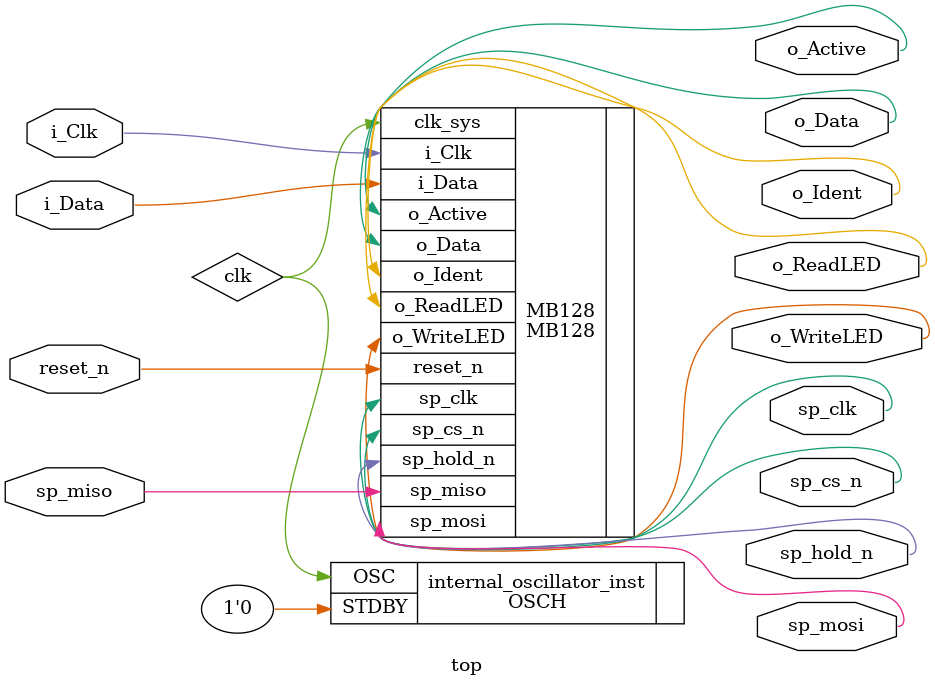
<source format=v>
module top (
  output o_Active,		// drives Active LED and 74HC157
  input  reset_n,
  input  i_Clk,			// CLR joypad signal from PCE
  input  i_Data,		// SEL joypad signal from PCE
  output o_Data,		// actual data output (D0 on joypad)
  output o_Ident,		// identification (D2 on joypad)
  output o_WriteLED,	// status LED
  output o_ReadLED,		// status LED

  output sp_cs_n,		// SPI FRAM /CS line
  output sp_clk,		// SPI FRAM CLK line
  input  sp_miso,		// SPI FRAM SO (data from chip) line
  output sp_mosi,		// SPI FRAM SI (data into chip) line
  output sp_hold_n		// SPI FRAM /HOLD line
);

// Quick notes:
// ------------
// - 'Active' is active positive (i.e. 74HC157 SEL='1' should select inputs from FPGA)
// - LEDs are active positive (i.e. '1' level turns it on)
// - 25V10 SPI chip is OK up to clocks at least 25MHz, and 40MHz in some cases
//   (we divide the 44.33MHz clock into 4 phases, leaving roughly 11.08MHz clock)
// - 25V10 SPI chip requires an SPI unlock command (0x02) to enable write
//   -> importantly, this is PER WRITE TRANSACTION !
//
  wire clk;
  OSCH #(
    .NOM_FREQ("44.33")			// (see page 29 of PLL guide)
  ) internal_oscillator_inst (
    .STDBY(1'b0),
	.OSC(clk)
  );



MB128 MB128 (
	.clk_sys(clk),
	.reset_n(reset_n),

	.o_Active(o_Active),
	.i_Clk(i_Clk),
	.i_Data(i_Data),
	.o_Data(o_Data),
	.o_Ident(o_Ident),
	.o_ReadLED(o_ReadLED),
	.o_WriteLED(o_WriteLED),

	.sp_cs_n(sp_cs_n),
	.sp_clk(sp_clk),
	.sp_miso(sp_miso),
	.sp_mosi(sp_mosi),
	.sp_hold_n(sp_hold_n)
  );


endmodule
</source>
